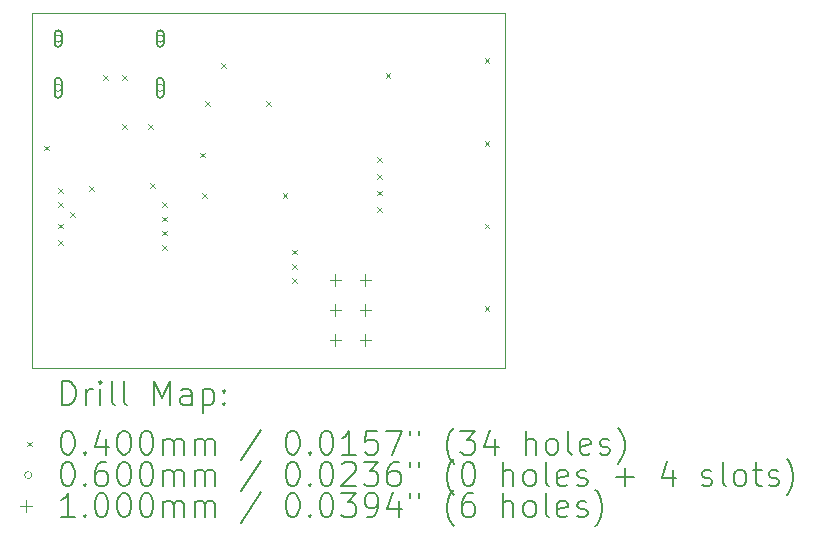
<source format=gbr>
%TF.GenerationSoftware,KiCad,Pcbnew,(6.0.10-0)*%
%TF.CreationDate,2022-12-22T21:20:58-05:00*%
%TF.ProjectId,rev2,72657632-2e6b-4696-9361-645f70636258,rev?*%
%TF.SameCoordinates,Original*%
%TF.FileFunction,Drillmap*%
%TF.FilePolarity,Positive*%
%FSLAX45Y45*%
G04 Gerber Fmt 4.5, Leading zero omitted, Abs format (unit mm)*
G04 Created by KiCad (PCBNEW (6.0.10-0)) date 2022-12-22 21:20:58*
%MOMM*%
%LPD*%
G01*
G04 APERTURE LIST*
%ADD10C,0.100000*%
%ADD11C,0.200000*%
%ADD12C,0.040000*%
%ADD13C,0.060000*%
G04 APERTURE END LIST*
D10*
X22500000Y-7000000D02*
X18500000Y-7000000D01*
X18500000Y-4000000D02*
X22500000Y-4000000D01*
X18500000Y-7000000D02*
X18500000Y-4000000D01*
X22500000Y-4000000D02*
X22500000Y-7000000D01*
D11*
D12*
X18600000Y-5120000D02*
X18640000Y-5160000D01*
X18640000Y-5120000D02*
X18600000Y-5160000D01*
X18720000Y-5480000D02*
X18760000Y-5520000D01*
X18760000Y-5480000D02*
X18720000Y-5520000D01*
X18720000Y-5600000D02*
X18760000Y-5640000D01*
X18760000Y-5600000D02*
X18720000Y-5640000D01*
X18720000Y-5780000D02*
X18760000Y-5820000D01*
X18760000Y-5780000D02*
X18720000Y-5820000D01*
X18720000Y-5920000D02*
X18760000Y-5960000D01*
X18760000Y-5920000D02*
X18720000Y-5960000D01*
X18820000Y-5680000D02*
X18860000Y-5720000D01*
X18860000Y-5680000D02*
X18820000Y-5720000D01*
X18982500Y-5462500D02*
X19022500Y-5502500D01*
X19022500Y-5462500D02*
X18982500Y-5502500D01*
X19100000Y-4520000D02*
X19140000Y-4560000D01*
X19140000Y-4520000D02*
X19100000Y-4560000D01*
X19260000Y-4520000D02*
X19300000Y-4560000D01*
X19300000Y-4520000D02*
X19260000Y-4560000D01*
X19260000Y-4940000D02*
X19300000Y-4980000D01*
X19300000Y-4940000D02*
X19260000Y-4980000D01*
X19480000Y-4940000D02*
X19520000Y-4980000D01*
X19520000Y-4940000D02*
X19480000Y-4980000D01*
X19500000Y-5440000D02*
X19540000Y-5480000D01*
X19540000Y-5440000D02*
X19500000Y-5480000D01*
X19600000Y-5600000D02*
X19640000Y-5640000D01*
X19640000Y-5600000D02*
X19600000Y-5640000D01*
X19600000Y-5720000D02*
X19640000Y-5760000D01*
X19640000Y-5720000D02*
X19600000Y-5760000D01*
X19600000Y-5840000D02*
X19640000Y-5880000D01*
X19640000Y-5840000D02*
X19600000Y-5880000D01*
X19600000Y-5960000D02*
X19640000Y-6000000D01*
X19640000Y-5960000D02*
X19600000Y-6000000D01*
X19920000Y-5180000D02*
X19960000Y-5220000D01*
X19960000Y-5180000D02*
X19920000Y-5220000D01*
X19940000Y-5520000D02*
X19980000Y-5560000D01*
X19980000Y-5520000D02*
X19940000Y-5560000D01*
X19960000Y-4740000D02*
X20000000Y-4780000D01*
X20000000Y-4740000D02*
X19960000Y-4780000D01*
X20100000Y-4420000D02*
X20140000Y-4460000D01*
X20140000Y-4420000D02*
X20100000Y-4460000D01*
X20480000Y-4740000D02*
X20520000Y-4780000D01*
X20520000Y-4740000D02*
X20480000Y-4780000D01*
X20620000Y-5520000D02*
X20660000Y-5560000D01*
X20660000Y-5520000D02*
X20620000Y-5560000D01*
X20700000Y-6000000D02*
X20740000Y-6040000D01*
X20740000Y-6000000D02*
X20700000Y-6040000D01*
X20700000Y-6120000D02*
X20740000Y-6160000D01*
X20740000Y-6120000D02*
X20700000Y-6160000D01*
X20700000Y-6240000D02*
X20740000Y-6280000D01*
X20740000Y-6240000D02*
X20700000Y-6280000D01*
X21420000Y-5220000D02*
X21460000Y-5260000D01*
X21460000Y-5220000D02*
X21420000Y-5260000D01*
X21420000Y-5360000D02*
X21460000Y-5400000D01*
X21460000Y-5360000D02*
X21420000Y-5400000D01*
X21420000Y-5500000D02*
X21460000Y-5540000D01*
X21460000Y-5500000D02*
X21420000Y-5540000D01*
X21420000Y-5640000D02*
X21460000Y-5680000D01*
X21460000Y-5640000D02*
X21420000Y-5680000D01*
X21490000Y-4505000D02*
X21530000Y-4545000D01*
X21530000Y-4505000D02*
X21490000Y-4545000D01*
X22330000Y-4380000D02*
X22370000Y-4420000D01*
X22370000Y-4380000D02*
X22330000Y-4420000D01*
X22330000Y-5080000D02*
X22370000Y-5120000D01*
X22370000Y-5080000D02*
X22330000Y-5120000D01*
X22330000Y-5780000D02*
X22370000Y-5820000D01*
X22370000Y-5780000D02*
X22330000Y-5820000D01*
X22330000Y-6480000D02*
X22370000Y-6520000D01*
X22370000Y-6480000D02*
X22330000Y-6520000D01*
D13*
X18748000Y-4213500D02*
G75*
G03*
X18748000Y-4213500I-30000J0D01*
G01*
D11*
X18688000Y-4173500D02*
X18688000Y-4253500D01*
X18748000Y-4173500D02*
X18748000Y-4253500D01*
X18688000Y-4253500D02*
G75*
G03*
X18748000Y-4253500I30000J0D01*
G01*
X18748000Y-4173500D02*
G75*
G03*
X18688000Y-4173500I-30000J0D01*
G01*
D13*
X18748000Y-4630500D02*
G75*
G03*
X18748000Y-4630500I-30000J0D01*
G01*
D11*
X18688000Y-4575500D02*
X18688000Y-4685500D01*
X18748000Y-4575500D02*
X18748000Y-4685500D01*
X18688000Y-4685500D02*
G75*
G03*
X18748000Y-4685500I30000J0D01*
G01*
X18748000Y-4575500D02*
G75*
G03*
X18688000Y-4575500I-30000J0D01*
G01*
D13*
X19612000Y-4213500D02*
G75*
G03*
X19612000Y-4213500I-30000J0D01*
G01*
D11*
X19552000Y-4173500D02*
X19552000Y-4253500D01*
X19612000Y-4173500D02*
X19612000Y-4253500D01*
X19552000Y-4253500D02*
G75*
G03*
X19612000Y-4253500I30000J0D01*
G01*
X19612000Y-4173500D02*
G75*
G03*
X19552000Y-4173500I-30000J0D01*
G01*
D13*
X19612000Y-4630500D02*
G75*
G03*
X19612000Y-4630500I-30000J0D01*
G01*
D11*
X19552000Y-4575500D02*
X19552000Y-4685500D01*
X19612000Y-4575500D02*
X19612000Y-4685500D01*
X19552000Y-4685500D02*
G75*
G03*
X19612000Y-4685500I30000J0D01*
G01*
X19612000Y-4575500D02*
G75*
G03*
X19552000Y-4575500I-30000J0D01*
G01*
D10*
X21066000Y-6210000D02*
X21066000Y-6310000D01*
X21016000Y-6260000D02*
X21116000Y-6260000D01*
X21066000Y-6464000D02*
X21066000Y-6564000D01*
X21016000Y-6514000D02*
X21116000Y-6514000D01*
X21066000Y-6718000D02*
X21066000Y-6818000D01*
X21016000Y-6768000D02*
X21116000Y-6768000D01*
X21320000Y-6210000D02*
X21320000Y-6310000D01*
X21270000Y-6260000D02*
X21370000Y-6260000D01*
X21320000Y-6464000D02*
X21320000Y-6564000D01*
X21270000Y-6514000D02*
X21370000Y-6514000D01*
X21320000Y-6718000D02*
X21320000Y-6818000D01*
X21270000Y-6768000D02*
X21370000Y-6768000D01*
D11*
X18752619Y-7315476D02*
X18752619Y-7115476D01*
X18800238Y-7115476D01*
X18828810Y-7125000D01*
X18847857Y-7144048D01*
X18857381Y-7163095D01*
X18866905Y-7201190D01*
X18866905Y-7229762D01*
X18857381Y-7267857D01*
X18847857Y-7286905D01*
X18828810Y-7305952D01*
X18800238Y-7315476D01*
X18752619Y-7315476D01*
X18952619Y-7315476D02*
X18952619Y-7182143D01*
X18952619Y-7220238D02*
X18962143Y-7201190D01*
X18971667Y-7191667D01*
X18990714Y-7182143D01*
X19009762Y-7182143D01*
X19076429Y-7315476D02*
X19076429Y-7182143D01*
X19076429Y-7115476D02*
X19066905Y-7125000D01*
X19076429Y-7134524D01*
X19085952Y-7125000D01*
X19076429Y-7115476D01*
X19076429Y-7134524D01*
X19200238Y-7315476D02*
X19181190Y-7305952D01*
X19171667Y-7286905D01*
X19171667Y-7115476D01*
X19305000Y-7315476D02*
X19285952Y-7305952D01*
X19276429Y-7286905D01*
X19276429Y-7115476D01*
X19533571Y-7315476D02*
X19533571Y-7115476D01*
X19600238Y-7258333D01*
X19666905Y-7115476D01*
X19666905Y-7315476D01*
X19847857Y-7315476D02*
X19847857Y-7210714D01*
X19838333Y-7191667D01*
X19819286Y-7182143D01*
X19781190Y-7182143D01*
X19762143Y-7191667D01*
X19847857Y-7305952D02*
X19828810Y-7315476D01*
X19781190Y-7315476D01*
X19762143Y-7305952D01*
X19752619Y-7286905D01*
X19752619Y-7267857D01*
X19762143Y-7248809D01*
X19781190Y-7239286D01*
X19828810Y-7239286D01*
X19847857Y-7229762D01*
X19943095Y-7182143D02*
X19943095Y-7382143D01*
X19943095Y-7191667D02*
X19962143Y-7182143D01*
X20000238Y-7182143D01*
X20019286Y-7191667D01*
X20028810Y-7201190D01*
X20038333Y-7220238D01*
X20038333Y-7277381D01*
X20028810Y-7296428D01*
X20019286Y-7305952D01*
X20000238Y-7315476D01*
X19962143Y-7315476D01*
X19943095Y-7305952D01*
X20124048Y-7296428D02*
X20133571Y-7305952D01*
X20124048Y-7315476D01*
X20114524Y-7305952D01*
X20124048Y-7296428D01*
X20124048Y-7315476D01*
X20124048Y-7191667D02*
X20133571Y-7201190D01*
X20124048Y-7210714D01*
X20114524Y-7201190D01*
X20124048Y-7191667D01*
X20124048Y-7210714D01*
D12*
X18455000Y-7625000D02*
X18495000Y-7665000D01*
X18495000Y-7625000D02*
X18455000Y-7665000D01*
D11*
X18790714Y-7535476D02*
X18809762Y-7535476D01*
X18828810Y-7545000D01*
X18838333Y-7554524D01*
X18847857Y-7573571D01*
X18857381Y-7611667D01*
X18857381Y-7659286D01*
X18847857Y-7697381D01*
X18838333Y-7716428D01*
X18828810Y-7725952D01*
X18809762Y-7735476D01*
X18790714Y-7735476D01*
X18771667Y-7725952D01*
X18762143Y-7716428D01*
X18752619Y-7697381D01*
X18743095Y-7659286D01*
X18743095Y-7611667D01*
X18752619Y-7573571D01*
X18762143Y-7554524D01*
X18771667Y-7545000D01*
X18790714Y-7535476D01*
X18943095Y-7716428D02*
X18952619Y-7725952D01*
X18943095Y-7735476D01*
X18933571Y-7725952D01*
X18943095Y-7716428D01*
X18943095Y-7735476D01*
X19124048Y-7602143D02*
X19124048Y-7735476D01*
X19076429Y-7525952D02*
X19028810Y-7668809D01*
X19152619Y-7668809D01*
X19266905Y-7535476D02*
X19285952Y-7535476D01*
X19305000Y-7545000D01*
X19314524Y-7554524D01*
X19324048Y-7573571D01*
X19333571Y-7611667D01*
X19333571Y-7659286D01*
X19324048Y-7697381D01*
X19314524Y-7716428D01*
X19305000Y-7725952D01*
X19285952Y-7735476D01*
X19266905Y-7735476D01*
X19247857Y-7725952D01*
X19238333Y-7716428D01*
X19228810Y-7697381D01*
X19219286Y-7659286D01*
X19219286Y-7611667D01*
X19228810Y-7573571D01*
X19238333Y-7554524D01*
X19247857Y-7545000D01*
X19266905Y-7535476D01*
X19457381Y-7535476D02*
X19476429Y-7535476D01*
X19495476Y-7545000D01*
X19505000Y-7554524D01*
X19514524Y-7573571D01*
X19524048Y-7611667D01*
X19524048Y-7659286D01*
X19514524Y-7697381D01*
X19505000Y-7716428D01*
X19495476Y-7725952D01*
X19476429Y-7735476D01*
X19457381Y-7735476D01*
X19438333Y-7725952D01*
X19428810Y-7716428D01*
X19419286Y-7697381D01*
X19409762Y-7659286D01*
X19409762Y-7611667D01*
X19419286Y-7573571D01*
X19428810Y-7554524D01*
X19438333Y-7545000D01*
X19457381Y-7535476D01*
X19609762Y-7735476D02*
X19609762Y-7602143D01*
X19609762Y-7621190D02*
X19619286Y-7611667D01*
X19638333Y-7602143D01*
X19666905Y-7602143D01*
X19685952Y-7611667D01*
X19695476Y-7630714D01*
X19695476Y-7735476D01*
X19695476Y-7630714D02*
X19705000Y-7611667D01*
X19724048Y-7602143D01*
X19752619Y-7602143D01*
X19771667Y-7611667D01*
X19781190Y-7630714D01*
X19781190Y-7735476D01*
X19876429Y-7735476D02*
X19876429Y-7602143D01*
X19876429Y-7621190D02*
X19885952Y-7611667D01*
X19905000Y-7602143D01*
X19933571Y-7602143D01*
X19952619Y-7611667D01*
X19962143Y-7630714D01*
X19962143Y-7735476D01*
X19962143Y-7630714D02*
X19971667Y-7611667D01*
X19990714Y-7602143D01*
X20019286Y-7602143D01*
X20038333Y-7611667D01*
X20047857Y-7630714D01*
X20047857Y-7735476D01*
X20438333Y-7525952D02*
X20266905Y-7783095D01*
X20695476Y-7535476D02*
X20714524Y-7535476D01*
X20733571Y-7545000D01*
X20743095Y-7554524D01*
X20752619Y-7573571D01*
X20762143Y-7611667D01*
X20762143Y-7659286D01*
X20752619Y-7697381D01*
X20743095Y-7716428D01*
X20733571Y-7725952D01*
X20714524Y-7735476D01*
X20695476Y-7735476D01*
X20676429Y-7725952D01*
X20666905Y-7716428D01*
X20657381Y-7697381D01*
X20647857Y-7659286D01*
X20647857Y-7611667D01*
X20657381Y-7573571D01*
X20666905Y-7554524D01*
X20676429Y-7545000D01*
X20695476Y-7535476D01*
X20847857Y-7716428D02*
X20857381Y-7725952D01*
X20847857Y-7735476D01*
X20838333Y-7725952D01*
X20847857Y-7716428D01*
X20847857Y-7735476D01*
X20981190Y-7535476D02*
X21000238Y-7535476D01*
X21019286Y-7545000D01*
X21028810Y-7554524D01*
X21038333Y-7573571D01*
X21047857Y-7611667D01*
X21047857Y-7659286D01*
X21038333Y-7697381D01*
X21028810Y-7716428D01*
X21019286Y-7725952D01*
X21000238Y-7735476D01*
X20981190Y-7735476D01*
X20962143Y-7725952D01*
X20952619Y-7716428D01*
X20943095Y-7697381D01*
X20933571Y-7659286D01*
X20933571Y-7611667D01*
X20943095Y-7573571D01*
X20952619Y-7554524D01*
X20962143Y-7545000D01*
X20981190Y-7535476D01*
X21238333Y-7735476D02*
X21124048Y-7735476D01*
X21181190Y-7735476D02*
X21181190Y-7535476D01*
X21162143Y-7564048D01*
X21143095Y-7583095D01*
X21124048Y-7592619D01*
X21419286Y-7535476D02*
X21324048Y-7535476D01*
X21314524Y-7630714D01*
X21324048Y-7621190D01*
X21343095Y-7611667D01*
X21390714Y-7611667D01*
X21409762Y-7621190D01*
X21419286Y-7630714D01*
X21428810Y-7649762D01*
X21428810Y-7697381D01*
X21419286Y-7716428D01*
X21409762Y-7725952D01*
X21390714Y-7735476D01*
X21343095Y-7735476D01*
X21324048Y-7725952D01*
X21314524Y-7716428D01*
X21495476Y-7535476D02*
X21628810Y-7535476D01*
X21543095Y-7735476D01*
X21695476Y-7535476D02*
X21695476Y-7573571D01*
X21771667Y-7535476D02*
X21771667Y-7573571D01*
X22066905Y-7811667D02*
X22057381Y-7802143D01*
X22038333Y-7773571D01*
X22028810Y-7754524D01*
X22019286Y-7725952D01*
X22009762Y-7678333D01*
X22009762Y-7640238D01*
X22019286Y-7592619D01*
X22028810Y-7564048D01*
X22038333Y-7545000D01*
X22057381Y-7516428D01*
X22066905Y-7506905D01*
X22124048Y-7535476D02*
X22247857Y-7535476D01*
X22181190Y-7611667D01*
X22209762Y-7611667D01*
X22228810Y-7621190D01*
X22238333Y-7630714D01*
X22247857Y-7649762D01*
X22247857Y-7697381D01*
X22238333Y-7716428D01*
X22228810Y-7725952D01*
X22209762Y-7735476D01*
X22152619Y-7735476D01*
X22133571Y-7725952D01*
X22124048Y-7716428D01*
X22419286Y-7602143D02*
X22419286Y-7735476D01*
X22371667Y-7525952D02*
X22324048Y-7668809D01*
X22447857Y-7668809D01*
X22676428Y-7735476D02*
X22676428Y-7535476D01*
X22762143Y-7735476D02*
X22762143Y-7630714D01*
X22752619Y-7611667D01*
X22733571Y-7602143D01*
X22705000Y-7602143D01*
X22685952Y-7611667D01*
X22676428Y-7621190D01*
X22885952Y-7735476D02*
X22866905Y-7725952D01*
X22857381Y-7716428D01*
X22847857Y-7697381D01*
X22847857Y-7640238D01*
X22857381Y-7621190D01*
X22866905Y-7611667D01*
X22885952Y-7602143D01*
X22914524Y-7602143D01*
X22933571Y-7611667D01*
X22943095Y-7621190D01*
X22952619Y-7640238D01*
X22952619Y-7697381D01*
X22943095Y-7716428D01*
X22933571Y-7725952D01*
X22914524Y-7735476D01*
X22885952Y-7735476D01*
X23066905Y-7735476D02*
X23047857Y-7725952D01*
X23038333Y-7706905D01*
X23038333Y-7535476D01*
X23219286Y-7725952D02*
X23200238Y-7735476D01*
X23162143Y-7735476D01*
X23143095Y-7725952D01*
X23133571Y-7706905D01*
X23133571Y-7630714D01*
X23143095Y-7611667D01*
X23162143Y-7602143D01*
X23200238Y-7602143D01*
X23219286Y-7611667D01*
X23228809Y-7630714D01*
X23228809Y-7649762D01*
X23133571Y-7668809D01*
X23305000Y-7725952D02*
X23324048Y-7735476D01*
X23362143Y-7735476D01*
X23381190Y-7725952D01*
X23390714Y-7706905D01*
X23390714Y-7697381D01*
X23381190Y-7678333D01*
X23362143Y-7668809D01*
X23333571Y-7668809D01*
X23314524Y-7659286D01*
X23305000Y-7640238D01*
X23305000Y-7630714D01*
X23314524Y-7611667D01*
X23333571Y-7602143D01*
X23362143Y-7602143D01*
X23381190Y-7611667D01*
X23457381Y-7811667D02*
X23466905Y-7802143D01*
X23485952Y-7773571D01*
X23495476Y-7754524D01*
X23505000Y-7725952D01*
X23514524Y-7678333D01*
X23514524Y-7640238D01*
X23505000Y-7592619D01*
X23495476Y-7564048D01*
X23485952Y-7545000D01*
X23466905Y-7516428D01*
X23457381Y-7506905D01*
D13*
X18495000Y-7909000D02*
G75*
G03*
X18495000Y-7909000I-30000J0D01*
G01*
D11*
X18790714Y-7799476D02*
X18809762Y-7799476D01*
X18828810Y-7809000D01*
X18838333Y-7818524D01*
X18847857Y-7837571D01*
X18857381Y-7875667D01*
X18857381Y-7923286D01*
X18847857Y-7961381D01*
X18838333Y-7980428D01*
X18828810Y-7989952D01*
X18809762Y-7999476D01*
X18790714Y-7999476D01*
X18771667Y-7989952D01*
X18762143Y-7980428D01*
X18752619Y-7961381D01*
X18743095Y-7923286D01*
X18743095Y-7875667D01*
X18752619Y-7837571D01*
X18762143Y-7818524D01*
X18771667Y-7809000D01*
X18790714Y-7799476D01*
X18943095Y-7980428D02*
X18952619Y-7989952D01*
X18943095Y-7999476D01*
X18933571Y-7989952D01*
X18943095Y-7980428D01*
X18943095Y-7999476D01*
X19124048Y-7799476D02*
X19085952Y-7799476D01*
X19066905Y-7809000D01*
X19057381Y-7818524D01*
X19038333Y-7847095D01*
X19028810Y-7885190D01*
X19028810Y-7961381D01*
X19038333Y-7980428D01*
X19047857Y-7989952D01*
X19066905Y-7999476D01*
X19105000Y-7999476D01*
X19124048Y-7989952D01*
X19133571Y-7980428D01*
X19143095Y-7961381D01*
X19143095Y-7913762D01*
X19133571Y-7894714D01*
X19124048Y-7885190D01*
X19105000Y-7875667D01*
X19066905Y-7875667D01*
X19047857Y-7885190D01*
X19038333Y-7894714D01*
X19028810Y-7913762D01*
X19266905Y-7799476D02*
X19285952Y-7799476D01*
X19305000Y-7809000D01*
X19314524Y-7818524D01*
X19324048Y-7837571D01*
X19333571Y-7875667D01*
X19333571Y-7923286D01*
X19324048Y-7961381D01*
X19314524Y-7980428D01*
X19305000Y-7989952D01*
X19285952Y-7999476D01*
X19266905Y-7999476D01*
X19247857Y-7989952D01*
X19238333Y-7980428D01*
X19228810Y-7961381D01*
X19219286Y-7923286D01*
X19219286Y-7875667D01*
X19228810Y-7837571D01*
X19238333Y-7818524D01*
X19247857Y-7809000D01*
X19266905Y-7799476D01*
X19457381Y-7799476D02*
X19476429Y-7799476D01*
X19495476Y-7809000D01*
X19505000Y-7818524D01*
X19514524Y-7837571D01*
X19524048Y-7875667D01*
X19524048Y-7923286D01*
X19514524Y-7961381D01*
X19505000Y-7980428D01*
X19495476Y-7989952D01*
X19476429Y-7999476D01*
X19457381Y-7999476D01*
X19438333Y-7989952D01*
X19428810Y-7980428D01*
X19419286Y-7961381D01*
X19409762Y-7923286D01*
X19409762Y-7875667D01*
X19419286Y-7837571D01*
X19428810Y-7818524D01*
X19438333Y-7809000D01*
X19457381Y-7799476D01*
X19609762Y-7999476D02*
X19609762Y-7866143D01*
X19609762Y-7885190D02*
X19619286Y-7875667D01*
X19638333Y-7866143D01*
X19666905Y-7866143D01*
X19685952Y-7875667D01*
X19695476Y-7894714D01*
X19695476Y-7999476D01*
X19695476Y-7894714D02*
X19705000Y-7875667D01*
X19724048Y-7866143D01*
X19752619Y-7866143D01*
X19771667Y-7875667D01*
X19781190Y-7894714D01*
X19781190Y-7999476D01*
X19876429Y-7999476D02*
X19876429Y-7866143D01*
X19876429Y-7885190D02*
X19885952Y-7875667D01*
X19905000Y-7866143D01*
X19933571Y-7866143D01*
X19952619Y-7875667D01*
X19962143Y-7894714D01*
X19962143Y-7999476D01*
X19962143Y-7894714D02*
X19971667Y-7875667D01*
X19990714Y-7866143D01*
X20019286Y-7866143D01*
X20038333Y-7875667D01*
X20047857Y-7894714D01*
X20047857Y-7999476D01*
X20438333Y-7789952D02*
X20266905Y-8047095D01*
X20695476Y-7799476D02*
X20714524Y-7799476D01*
X20733571Y-7809000D01*
X20743095Y-7818524D01*
X20752619Y-7837571D01*
X20762143Y-7875667D01*
X20762143Y-7923286D01*
X20752619Y-7961381D01*
X20743095Y-7980428D01*
X20733571Y-7989952D01*
X20714524Y-7999476D01*
X20695476Y-7999476D01*
X20676429Y-7989952D01*
X20666905Y-7980428D01*
X20657381Y-7961381D01*
X20647857Y-7923286D01*
X20647857Y-7875667D01*
X20657381Y-7837571D01*
X20666905Y-7818524D01*
X20676429Y-7809000D01*
X20695476Y-7799476D01*
X20847857Y-7980428D02*
X20857381Y-7989952D01*
X20847857Y-7999476D01*
X20838333Y-7989952D01*
X20847857Y-7980428D01*
X20847857Y-7999476D01*
X20981190Y-7799476D02*
X21000238Y-7799476D01*
X21019286Y-7809000D01*
X21028810Y-7818524D01*
X21038333Y-7837571D01*
X21047857Y-7875667D01*
X21047857Y-7923286D01*
X21038333Y-7961381D01*
X21028810Y-7980428D01*
X21019286Y-7989952D01*
X21000238Y-7999476D01*
X20981190Y-7999476D01*
X20962143Y-7989952D01*
X20952619Y-7980428D01*
X20943095Y-7961381D01*
X20933571Y-7923286D01*
X20933571Y-7875667D01*
X20943095Y-7837571D01*
X20952619Y-7818524D01*
X20962143Y-7809000D01*
X20981190Y-7799476D01*
X21124048Y-7818524D02*
X21133571Y-7809000D01*
X21152619Y-7799476D01*
X21200238Y-7799476D01*
X21219286Y-7809000D01*
X21228810Y-7818524D01*
X21238333Y-7837571D01*
X21238333Y-7856619D01*
X21228810Y-7885190D01*
X21114524Y-7999476D01*
X21238333Y-7999476D01*
X21305000Y-7799476D02*
X21428810Y-7799476D01*
X21362143Y-7875667D01*
X21390714Y-7875667D01*
X21409762Y-7885190D01*
X21419286Y-7894714D01*
X21428810Y-7913762D01*
X21428810Y-7961381D01*
X21419286Y-7980428D01*
X21409762Y-7989952D01*
X21390714Y-7999476D01*
X21333571Y-7999476D01*
X21314524Y-7989952D01*
X21305000Y-7980428D01*
X21600238Y-7799476D02*
X21562143Y-7799476D01*
X21543095Y-7809000D01*
X21533571Y-7818524D01*
X21514524Y-7847095D01*
X21505000Y-7885190D01*
X21505000Y-7961381D01*
X21514524Y-7980428D01*
X21524048Y-7989952D01*
X21543095Y-7999476D01*
X21581190Y-7999476D01*
X21600238Y-7989952D01*
X21609762Y-7980428D01*
X21619286Y-7961381D01*
X21619286Y-7913762D01*
X21609762Y-7894714D01*
X21600238Y-7885190D01*
X21581190Y-7875667D01*
X21543095Y-7875667D01*
X21524048Y-7885190D01*
X21514524Y-7894714D01*
X21505000Y-7913762D01*
X21695476Y-7799476D02*
X21695476Y-7837571D01*
X21771667Y-7799476D02*
X21771667Y-7837571D01*
X22066905Y-8075667D02*
X22057381Y-8066143D01*
X22038333Y-8037571D01*
X22028810Y-8018524D01*
X22019286Y-7989952D01*
X22009762Y-7942333D01*
X22009762Y-7904238D01*
X22019286Y-7856619D01*
X22028810Y-7828048D01*
X22038333Y-7809000D01*
X22057381Y-7780428D01*
X22066905Y-7770905D01*
X22181190Y-7799476D02*
X22200238Y-7799476D01*
X22219286Y-7809000D01*
X22228810Y-7818524D01*
X22238333Y-7837571D01*
X22247857Y-7875667D01*
X22247857Y-7923286D01*
X22238333Y-7961381D01*
X22228810Y-7980428D01*
X22219286Y-7989952D01*
X22200238Y-7999476D01*
X22181190Y-7999476D01*
X22162143Y-7989952D01*
X22152619Y-7980428D01*
X22143095Y-7961381D01*
X22133571Y-7923286D01*
X22133571Y-7875667D01*
X22143095Y-7837571D01*
X22152619Y-7818524D01*
X22162143Y-7809000D01*
X22181190Y-7799476D01*
X22485952Y-7999476D02*
X22485952Y-7799476D01*
X22571667Y-7999476D02*
X22571667Y-7894714D01*
X22562143Y-7875667D01*
X22543095Y-7866143D01*
X22514524Y-7866143D01*
X22495476Y-7875667D01*
X22485952Y-7885190D01*
X22695476Y-7999476D02*
X22676428Y-7989952D01*
X22666905Y-7980428D01*
X22657381Y-7961381D01*
X22657381Y-7904238D01*
X22666905Y-7885190D01*
X22676428Y-7875667D01*
X22695476Y-7866143D01*
X22724048Y-7866143D01*
X22743095Y-7875667D01*
X22752619Y-7885190D01*
X22762143Y-7904238D01*
X22762143Y-7961381D01*
X22752619Y-7980428D01*
X22743095Y-7989952D01*
X22724048Y-7999476D01*
X22695476Y-7999476D01*
X22876428Y-7999476D02*
X22857381Y-7989952D01*
X22847857Y-7970905D01*
X22847857Y-7799476D01*
X23028809Y-7989952D02*
X23009762Y-7999476D01*
X22971667Y-7999476D01*
X22952619Y-7989952D01*
X22943095Y-7970905D01*
X22943095Y-7894714D01*
X22952619Y-7875667D01*
X22971667Y-7866143D01*
X23009762Y-7866143D01*
X23028809Y-7875667D01*
X23038333Y-7894714D01*
X23038333Y-7913762D01*
X22943095Y-7932809D01*
X23114524Y-7989952D02*
X23133571Y-7999476D01*
X23171667Y-7999476D01*
X23190714Y-7989952D01*
X23200238Y-7970905D01*
X23200238Y-7961381D01*
X23190714Y-7942333D01*
X23171667Y-7932809D01*
X23143095Y-7932809D01*
X23124048Y-7923286D01*
X23114524Y-7904238D01*
X23114524Y-7894714D01*
X23124048Y-7875667D01*
X23143095Y-7866143D01*
X23171667Y-7866143D01*
X23190714Y-7875667D01*
X23438333Y-7923286D02*
X23590714Y-7923286D01*
X23514524Y-7999476D02*
X23514524Y-7847095D01*
X23924048Y-7866143D02*
X23924048Y-7999476D01*
X23876428Y-7789952D02*
X23828809Y-7932809D01*
X23952619Y-7932809D01*
X24171667Y-7989952D02*
X24190714Y-7999476D01*
X24228809Y-7999476D01*
X24247857Y-7989952D01*
X24257381Y-7970905D01*
X24257381Y-7961381D01*
X24247857Y-7942333D01*
X24228809Y-7932809D01*
X24200238Y-7932809D01*
X24181190Y-7923286D01*
X24171667Y-7904238D01*
X24171667Y-7894714D01*
X24181190Y-7875667D01*
X24200238Y-7866143D01*
X24228809Y-7866143D01*
X24247857Y-7875667D01*
X24371667Y-7999476D02*
X24352619Y-7989952D01*
X24343095Y-7970905D01*
X24343095Y-7799476D01*
X24476428Y-7999476D02*
X24457381Y-7989952D01*
X24447857Y-7980428D01*
X24438333Y-7961381D01*
X24438333Y-7904238D01*
X24447857Y-7885190D01*
X24457381Y-7875667D01*
X24476428Y-7866143D01*
X24505000Y-7866143D01*
X24524048Y-7875667D01*
X24533571Y-7885190D01*
X24543095Y-7904238D01*
X24543095Y-7961381D01*
X24533571Y-7980428D01*
X24524048Y-7989952D01*
X24505000Y-7999476D01*
X24476428Y-7999476D01*
X24600238Y-7866143D02*
X24676428Y-7866143D01*
X24628809Y-7799476D02*
X24628809Y-7970905D01*
X24638333Y-7989952D01*
X24657381Y-7999476D01*
X24676428Y-7999476D01*
X24733571Y-7989952D02*
X24752619Y-7999476D01*
X24790714Y-7999476D01*
X24809762Y-7989952D01*
X24819286Y-7970905D01*
X24819286Y-7961381D01*
X24809762Y-7942333D01*
X24790714Y-7932809D01*
X24762143Y-7932809D01*
X24743095Y-7923286D01*
X24733571Y-7904238D01*
X24733571Y-7894714D01*
X24743095Y-7875667D01*
X24762143Y-7866143D01*
X24790714Y-7866143D01*
X24809762Y-7875667D01*
X24885952Y-8075667D02*
X24895476Y-8066143D01*
X24914524Y-8037571D01*
X24924048Y-8018524D01*
X24933571Y-7989952D01*
X24943095Y-7942333D01*
X24943095Y-7904238D01*
X24933571Y-7856619D01*
X24924048Y-7828048D01*
X24914524Y-7809000D01*
X24895476Y-7780428D01*
X24885952Y-7770905D01*
D10*
X18445000Y-8123000D02*
X18445000Y-8223000D01*
X18395000Y-8173000D02*
X18495000Y-8173000D01*
D11*
X18857381Y-8263476D02*
X18743095Y-8263476D01*
X18800238Y-8263476D02*
X18800238Y-8063476D01*
X18781190Y-8092048D01*
X18762143Y-8111095D01*
X18743095Y-8120619D01*
X18943095Y-8244428D02*
X18952619Y-8253952D01*
X18943095Y-8263476D01*
X18933571Y-8253952D01*
X18943095Y-8244428D01*
X18943095Y-8263476D01*
X19076429Y-8063476D02*
X19095476Y-8063476D01*
X19114524Y-8073000D01*
X19124048Y-8082524D01*
X19133571Y-8101571D01*
X19143095Y-8139667D01*
X19143095Y-8187286D01*
X19133571Y-8225381D01*
X19124048Y-8244428D01*
X19114524Y-8253952D01*
X19095476Y-8263476D01*
X19076429Y-8263476D01*
X19057381Y-8253952D01*
X19047857Y-8244428D01*
X19038333Y-8225381D01*
X19028810Y-8187286D01*
X19028810Y-8139667D01*
X19038333Y-8101571D01*
X19047857Y-8082524D01*
X19057381Y-8073000D01*
X19076429Y-8063476D01*
X19266905Y-8063476D02*
X19285952Y-8063476D01*
X19305000Y-8073000D01*
X19314524Y-8082524D01*
X19324048Y-8101571D01*
X19333571Y-8139667D01*
X19333571Y-8187286D01*
X19324048Y-8225381D01*
X19314524Y-8244428D01*
X19305000Y-8253952D01*
X19285952Y-8263476D01*
X19266905Y-8263476D01*
X19247857Y-8253952D01*
X19238333Y-8244428D01*
X19228810Y-8225381D01*
X19219286Y-8187286D01*
X19219286Y-8139667D01*
X19228810Y-8101571D01*
X19238333Y-8082524D01*
X19247857Y-8073000D01*
X19266905Y-8063476D01*
X19457381Y-8063476D02*
X19476429Y-8063476D01*
X19495476Y-8073000D01*
X19505000Y-8082524D01*
X19514524Y-8101571D01*
X19524048Y-8139667D01*
X19524048Y-8187286D01*
X19514524Y-8225381D01*
X19505000Y-8244428D01*
X19495476Y-8253952D01*
X19476429Y-8263476D01*
X19457381Y-8263476D01*
X19438333Y-8253952D01*
X19428810Y-8244428D01*
X19419286Y-8225381D01*
X19409762Y-8187286D01*
X19409762Y-8139667D01*
X19419286Y-8101571D01*
X19428810Y-8082524D01*
X19438333Y-8073000D01*
X19457381Y-8063476D01*
X19609762Y-8263476D02*
X19609762Y-8130143D01*
X19609762Y-8149190D02*
X19619286Y-8139667D01*
X19638333Y-8130143D01*
X19666905Y-8130143D01*
X19685952Y-8139667D01*
X19695476Y-8158714D01*
X19695476Y-8263476D01*
X19695476Y-8158714D02*
X19705000Y-8139667D01*
X19724048Y-8130143D01*
X19752619Y-8130143D01*
X19771667Y-8139667D01*
X19781190Y-8158714D01*
X19781190Y-8263476D01*
X19876429Y-8263476D02*
X19876429Y-8130143D01*
X19876429Y-8149190D02*
X19885952Y-8139667D01*
X19905000Y-8130143D01*
X19933571Y-8130143D01*
X19952619Y-8139667D01*
X19962143Y-8158714D01*
X19962143Y-8263476D01*
X19962143Y-8158714D02*
X19971667Y-8139667D01*
X19990714Y-8130143D01*
X20019286Y-8130143D01*
X20038333Y-8139667D01*
X20047857Y-8158714D01*
X20047857Y-8263476D01*
X20438333Y-8053952D02*
X20266905Y-8311095D01*
X20695476Y-8063476D02*
X20714524Y-8063476D01*
X20733571Y-8073000D01*
X20743095Y-8082524D01*
X20752619Y-8101571D01*
X20762143Y-8139667D01*
X20762143Y-8187286D01*
X20752619Y-8225381D01*
X20743095Y-8244428D01*
X20733571Y-8253952D01*
X20714524Y-8263476D01*
X20695476Y-8263476D01*
X20676429Y-8253952D01*
X20666905Y-8244428D01*
X20657381Y-8225381D01*
X20647857Y-8187286D01*
X20647857Y-8139667D01*
X20657381Y-8101571D01*
X20666905Y-8082524D01*
X20676429Y-8073000D01*
X20695476Y-8063476D01*
X20847857Y-8244428D02*
X20857381Y-8253952D01*
X20847857Y-8263476D01*
X20838333Y-8253952D01*
X20847857Y-8244428D01*
X20847857Y-8263476D01*
X20981190Y-8063476D02*
X21000238Y-8063476D01*
X21019286Y-8073000D01*
X21028810Y-8082524D01*
X21038333Y-8101571D01*
X21047857Y-8139667D01*
X21047857Y-8187286D01*
X21038333Y-8225381D01*
X21028810Y-8244428D01*
X21019286Y-8253952D01*
X21000238Y-8263476D01*
X20981190Y-8263476D01*
X20962143Y-8253952D01*
X20952619Y-8244428D01*
X20943095Y-8225381D01*
X20933571Y-8187286D01*
X20933571Y-8139667D01*
X20943095Y-8101571D01*
X20952619Y-8082524D01*
X20962143Y-8073000D01*
X20981190Y-8063476D01*
X21114524Y-8063476D02*
X21238333Y-8063476D01*
X21171667Y-8139667D01*
X21200238Y-8139667D01*
X21219286Y-8149190D01*
X21228810Y-8158714D01*
X21238333Y-8177762D01*
X21238333Y-8225381D01*
X21228810Y-8244428D01*
X21219286Y-8253952D01*
X21200238Y-8263476D01*
X21143095Y-8263476D01*
X21124048Y-8253952D01*
X21114524Y-8244428D01*
X21333571Y-8263476D02*
X21371667Y-8263476D01*
X21390714Y-8253952D01*
X21400238Y-8244428D01*
X21419286Y-8215857D01*
X21428810Y-8177762D01*
X21428810Y-8101571D01*
X21419286Y-8082524D01*
X21409762Y-8073000D01*
X21390714Y-8063476D01*
X21352619Y-8063476D01*
X21333571Y-8073000D01*
X21324048Y-8082524D01*
X21314524Y-8101571D01*
X21314524Y-8149190D01*
X21324048Y-8168238D01*
X21333571Y-8177762D01*
X21352619Y-8187286D01*
X21390714Y-8187286D01*
X21409762Y-8177762D01*
X21419286Y-8168238D01*
X21428810Y-8149190D01*
X21600238Y-8130143D02*
X21600238Y-8263476D01*
X21552619Y-8053952D02*
X21505000Y-8196809D01*
X21628810Y-8196809D01*
X21695476Y-8063476D02*
X21695476Y-8101571D01*
X21771667Y-8063476D02*
X21771667Y-8101571D01*
X22066905Y-8339667D02*
X22057381Y-8330143D01*
X22038333Y-8301571D01*
X22028810Y-8282524D01*
X22019286Y-8253952D01*
X22009762Y-8206333D01*
X22009762Y-8168238D01*
X22019286Y-8120619D01*
X22028810Y-8092048D01*
X22038333Y-8073000D01*
X22057381Y-8044428D01*
X22066905Y-8034905D01*
X22228810Y-8063476D02*
X22190714Y-8063476D01*
X22171667Y-8073000D01*
X22162143Y-8082524D01*
X22143095Y-8111095D01*
X22133571Y-8149190D01*
X22133571Y-8225381D01*
X22143095Y-8244428D01*
X22152619Y-8253952D01*
X22171667Y-8263476D01*
X22209762Y-8263476D01*
X22228810Y-8253952D01*
X22238333Y-8244428D01*
X22247857Y-8225381D01*
X22247857Y-8177762D01*
X22238333Y-8158714D01*
X22228810Y-8149190D01*
X22209762Y-8139667D01*
X22171667Y-8139667D01*
X22152619Y-8149190D01*
X22143095Y-8158714D01*
X22133571Y-8177762D01*
X22485952Y-8263476D02*
X22485952Y-8063476D01*
X22571667Y-8263476D02*
X22571667Y-8158714D01*
X22562143Y-8139667D01*
X22543095Y-8130143D01*
X22514524Y-8130143D01*
X22495476Y-8139667D01*
X22485952Y-8149190D01*
X22695476Y-8263476D02*
X22676428Y-8253952D01*
X22666905Y-8244428D01*
X22657381Y-8225381D01*
X22657381Y-8168238D01*
X22666905Y-8149190D01*
X22676428Y-8139667D01*
X22695476Y-8130143D01*
X22724048Y-8130143D01*
X22743095Y-8139667D01*
X22752619Y-8149190D01*
X22762143Y-8168238D01*
X22762143Y-8225381D01*
X22752619Y-8244428D01*
X22743095Y-8253952D01*
X22724048Y-8263476D01*
X22695476Y-8263476D01*
X22876428Y-8263476D02*
X22857381Y-8253952D01*
X22847857Y-8234905D01*
X22847857Y-8063476D01*
X23028809Y-8253952D02*
X23009762Y-8263476D01*
X22971667Y-8263476D01*
X22952619Y-8253952D01*
X22943095Y-8234905D01*
X22943095Y-8158714D01*
X22952619Y-8139667D01*
X22971667Y-8130143D01*
X23009762Y-8130143D01*
X23028809Y-8139667D01*
X23038333Y-8158714D01*
X23038333Y-8177762D01*
X22943095Y-8196809D01*
X23114524Y-8253952D02*
X23133571Y-8263476D01*
X23171667Y-8263476D01*
X23190714Y-8253952D01*
X23200238Y-8234905D01*
X23200238Y-8225381D01*
X23190714Y-8206333D01*
X23171667Y-8196809D01*
X23143095Y-8196809D01*
X23124048Y-8187286D01*
X23114524Y-8168238D01*
X23114524Y-8158714D01*
X23124048Y-8139667D01*
X23143095Y-8130143D01*
X23171667Y-8130143D01*
X23190714Y-8139667D01*
X23266905Y-8339667D02*
X23276428Y-8330143D01*
X23295476Y-8301571D01*
X23305000Y-8282524D01*
X23314524Y-8253952D01*
X23324048Y-8206333D01*
X23324048Y-8168238D01*
X23314524Y-8120619D01*
X23305000Y-8092048D01*
X23295476Y-8073000D01*
X23276428Y-8044428D01*
X23266905Y-8034905D01*
M02*

</source>
